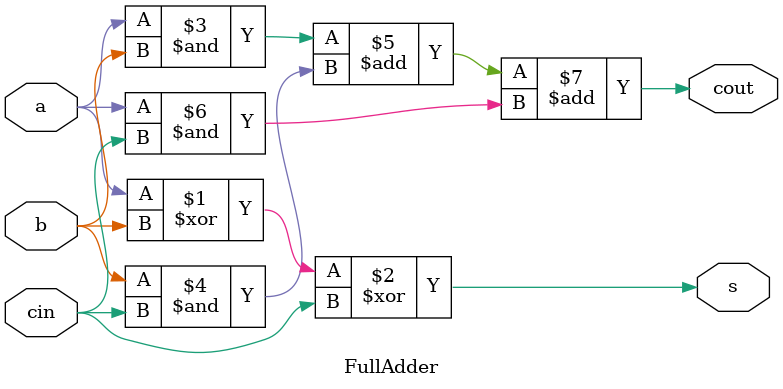
<source format=v>
`timescale 1ns/1ns

module RippleCarryAdder4b ( SW , LEDR );

 input [8:0] SW;
 output [9:0] LEDR;
 wire w0, w1, w2;

 FullAdder U1 ( .a(SW[4]), .b(SW[0]), .cin(SW[8]), .s(LEDR[0]), .cout(w0) );
 FullAdder U2 ( .a(SW[5]), .b(SW[1]), .cin(w0), .s(LEDR[1]), .cout(w1) );
 FullAdder U3 ( .a(SW[6]), .b(SW[2]), .cin(w1), .s(LEDR[2]), .cout(w2) );
 FullAdder U4 ( .a(SW[7]), .b(SW[3]), .cin(w2), .s(LEDR[3]), .cout(LEDR[9]) );

endmodule




module FullAdder ( input a, b, cin, output s, cout );

 assign s = a ^ b ^ cin;
 assign cout = (a&b) + (b&cin) + (a&cin);

endmodule
</source>
